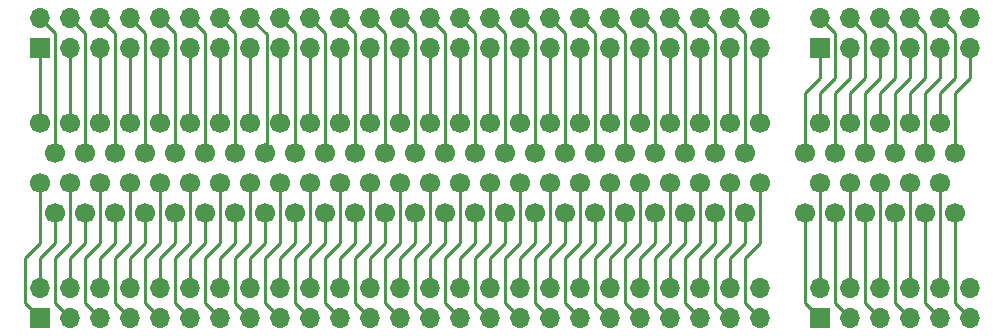
<source format=gbl>
G04 #@! TF.GenerationSoftware,KiCad,Pcbnew,6.0.6+dfsg-1~bpo11+1*
G04 #@! TF.CreationDate,2022-07-13T16:17:28+02:00*
G04 #@! TF.ProjectId,PCI_to_pinhead,5043495f-746f-45f7-9069-6e686561642e,rev?*
G04 #@! TF.SameCoordinates,Original*
G04 #@! TF.FileFunction,Copper,L2,Bot*
G04 #@! TF.FilePolarity,Positive*
%FSLAX46Y46*%
G04 Gerber Fmt 4.6, Leading zero omitted, Abs format (unit mm)*
G04 Created by KiCad (PCBNEW 6.0.6+dfsg-1~bpo11+1) date 2022-07-13 16:17:28*
%MOMM*%
%LPD*%
G01*
G04 APERTURE LIST*
G04 #@! TA.AperFunction,ComponentPad*
%ADD10C,1.700000*%
G04 #@! TD*
G04 #@! TA.AperFunction,ComponentPad*
%ADD11R,1.700000X1.700000*%
G04 #@! TD*
G04 #@! TA.AperFunction,ComponentPad*
%ADD12O,1.700000X1.700000*%
G04 #@! TD*
G04 #@! TA.AperFunction,Conductor*
%ADD13C,0.250000*%
G04 #@! TD*
G04 APERTURE END LIST*
D10*
X96520000Y-74930000D03*
X97790000Y-77470000D03*
X99060000Y-74930000D03*
X100330000Y-77470000D03*
X101600000Y-74930000D03*
X102870000Y-77470000D03*
X104140000Y-74930000D03*
X105410000Y-77470000D03*
X106680000Y-74930000D03*
X107950000Y-77470000D03*
X109220000Y-74930000D03*
X110490000Y-77470000D03*
X111760000Y-74930000D03*
X113030000Y-77470000D03*
X114300000Y-74930000D03*
X115570000Y-77470000D03*
X116840000Y-74930000D03*
X118110000Y-77470000D03*
X119380000Y-74930000D03*
X120650000Y-77470000D03*
X121920000Y-74930000D03*
X123190000Y-77470000D03*
X124460000Y-74930000D03*
X125730000Y-77470000D03*
X127000000Y-74930000D03*
X128270000Y-77470000D03*
X129540000Y-74930000D03*
X130810000Y-77470000D03*
X132080000Y-74930000D03*
X133350000Y-77470000D03*
X134620000Y-74930000D03*
X135890000Y-77470000D03*
X137160000Y-74930000D03*
X138430000Y-77470000D03*
X139700000Y-74930000D03*
X140970000Y-77470000D03*
X142240000Y-74930000D03*
X143510000Y-77470000D03*
X144780000Y-74930000D03*
X146050000Y-77470000D03*
X147320000Y-74930000D03*
X148590000Y-77470000D03*
X149860000Y-74930000D03*
X151130000Y-77470000D03*
X152400000Y-74930000D03*
X153670000Y-77470000D03*
X154940000Y-74930000D03*
X156210000Y-77470000D03*
X157480000Y-74930000D03*
X161290000Y-77470000D03*
X162560000Y-74930000D03*
X163830000Y-77470000D03*
X165100000Y-74930000D03*
X166370000Y-77470000D03*
X167640000Y-74930000D03*
X168910000Y-77470000D03*
X170180000Y-74930000D03*
X171450000Y-77470000D03*
X172720000Y-74930000D03*
X173990000Y-77470000D03*
X96520000Y-80010000D03*
X97790000Y-82550000D03*
X99060000Y-80010000D03*
X100330000Y-82550000D03*
X101600000Y-80010000D03*
X102870000Y-82550000D03*
X104140000Y-80010000D03*
X105410000Y-82550000D03*
X106680000Y-80010000D03*
X107950000Y-82550000D03*
X109220000Y-80010000D03*
X110490000Y-82550000D03*
X111760000Y-80010000D03*
X113030000Y-82550000D03*
X114300000Y-80010000D03*
X115570000Y-82550000D03*
X116840000Y-80010000D03*
X118110000Y-82550000D03*
X119380000Y-80010000D03*
X120650000Y-82550000D03*
X121920000Y-80010000D03*
X123190000Y-82550000D03*
X124460000Y-80010000D03*
X125730000Y-82550000D03*
X127000000Y-80010000D03*
X128270000Y-82550000D03*
X129540000Y-80010000D03*
X130810000Y-82550000D03*
X132080000Y-80010000D03*
X133350000Y-82550000D03*
X134620000Y-80010000D03*
X135890000Y-82550000D03*
X137160000Y-80010000D03*
X138430000Y-82550000D03*
X139700000Y-80010000D03*
X140970000Y-82550000D03*
X142240000Y-80010000D03*
X143510000Y-82550000D03*
X144780000Y-80010000D03*
X146050000Y-82550000D03*
X147320000Y-80010000D03*
X148590000Y-82550000D03*
X149860000Y-80010000D03*
X151130000Y-82550000D03*
X152400000Y-80010000D03*
X153670000Y-82550000D03*
X154940000Y-80010000D03*
X156210000Y-82550000D03*
X157480000Y-80010000D03*
X161290000Y-82550000D03*
X162560000Y-80010000D03*
X163830000Y-82550000D03*
X165100000Y-80010000D03*
X166370000Y-82550000D03*
X167640000Y-80010000D03*
X168910000Y-82550000D03*
X170180000Y-80010000D03*
X171450000Y-82550000D03*
X172720000Y-80010000D03*
X173990000Y-82550000D03*
D11*
X96520000Y-91440000D03*
D12*
X96520000Y-88900000D03*
X99060000Y-91440000D03*
X99060000Y-88900000D03*
X101600000Y-91440000D03*
X101600000Y-88900000D03*
X104140000Y-91440000D03*
X104140000Y-88900000D03*
X106680000Y-91440000D03*
X106680000Y-88900000D03*
X109220000Y-91440000D03*
X109220000Y-88900000D03*
X111760000Y-91440000D03*
X111760000Y-88900000D03*
X114300000Y-91440000D03*
X114300000Y-88900000D03*
X116840000Y-91440000D03*
X116840000Y-88900000D03*
X119380000Y-91440000D03*
X119380000Y-88900000D03*
X121920000Y-91440000D03*
X121920000Y-88900000D03*
X124460000Y-91440000D03*
X124460000Y-88900000D03*
X127000000Y-91440000D03*
X127000000Y-88900000D03*
X129540000Y-91440000D03*
X129540000Y-88900000D03*
X132080000Y-91440000D03*
X132080000Y-88900000D03*
X134620000Y-91440000D03*
X134620000Y-88900000D03*
X137160000Y-91440000D03*
X137160000Y-88900000D03*
X139700000Y-91440000D03*
X139700000Y-88900000D03*
X142240000Y-91440000D03*
X142240000Y-88900000D03*
X144780000Y-91440000D03*
X144780000Y-88900000D03*
X147320000Y-91440000D03*
X147320000Y-88900000D03*
X149860000Y-91440000D03*
X149860000Y-88900000D03*
X152400000Y-91440000D03*
X152400000Y-88900000D03*
X154940000Y-91440000D03*
X154940000Y-88900000D03*
X157480000Y-91440000D03*
X157480000Y-88900000D03*
D11*
X162560000Y-91440000D03*
D12*
X162560000Y-88900000D03*
X165100000Y-91440000D03*
X165100000Y-88900000D03*
X167640000Y-91440000D03*
X167640000Y-88900000D03*
X170180000Y-91440000D03*
X170180000Y-88900000D03*
X172720000Y-91440000D03*
X172720000Y-88900000D03*
X175260000Y-91440000D03*
X175260000Y-88900000D03*
D11*
X96520000Y-68580000D03*
D12*
X96520000Y-66040000D03*
X99060000Y-68580000D03*
X99060000Y-66040000D03*
X101600000Y-68580000D03*
X101600000Y-66040000D03*
X104140000Y-68580000D03*
X104140000Y-66040000D03*
X106680000Y-68580000D03*
X106680000Y-66040000D03*
X109220000Y-68580000D03*
X109220000Y-66040000D03*
X111760000Y-68580000D03*
X111760000Y-66040000D03*
X114300000Y-68580000D03*
X114300000Y-66040000D03*
X116840000Y-68580000D03*
X116840000Y-66040000D03*
X119380000Y-68580000D03*
X119380000Y-66040000D03*
X121920000Y-68580000D03*
X121920000Y-66040000D03*
X124460000Y-68580000D03*
X124460000Y-66040000D03*
X127000000Y-68580000D03*
X127000000Y-66040000D03*
X129540000Y-68580000D03*
X129540000Y-66040000D03*
X132080000Y-68580000D03*
X132080000Y-66040000D03*
X134620000Y-68580000D03*
X134620000Y-66040000D03*
X137160000Y-68580000D03*
X137160000Y-66040000D03*
X139700000Y-68580000D03*
X139700000Y-66040000D03*
X142240000Y-68580000D03*
X142240000Y-66040000D03*
X144780000Y-68580000D03*
X144780000Y-66040000D03*
X147320000Y-68580000D03*
X147320000Y-66040000D03*
X149860000Y-68580000D03*
X149860000Y-66040000D03*
X152400000Y-68580000D03*
X152400000Y-66040000D03*
X154940000Y-68580000D03*
X154940000Y-66040000D03*
X157480000Y-68580000D03*
X157480000Y-66040000D03*
D11*
X162560000Y-68580000D03*
D12*
X162560000Y-66040000D03*
X165100000Y-68580000D03*
X165100000Y-66040000D03*
X167640000Y-68580000D03*
X167640000Y-66040000D03*
X170180000Y-68580000D03*
X170180000Y-66040000D03*
X172720000Y-68580000D03*
X172720000Y-66040000D03*
X175260000Y-68580000D03*
X175260000Y-66040000D03*
D13*
X157480000Y-80010000D02*
X157480000Y-85090000D01*
X157480000Y-85090000D02*
X156210000Y-86360000D01*
X156210000Y-90170000D02*
X157480000Y-91440000D01*
X156210000Y-86360000D02*
X156210000Y-90170000D01*
X156210000Y-82550000D02*
X156210000Y-85090000D01*
X154940000Y-86360000D02*
X154940000Y-88900000D01*
X156210000Y-85090000D02*
X154940000Y-86360000D01*
X153670000Y-86360000D02*
X154940000Y-85090000D01*
X154940000Y-91440000D02*
X153670000Y-90170000D01*
X154940000Y-85090000D02*
X154940000Y-80010000D01*
X153670000Y-90170000D02*
X153670000Y-86360000D01*
X153670000Y-82550000D02*
X153670000Y-85090000D01*
X153670000Y-85090000D02*
X152400000Y-86360000D01*
X152400000Y-86360000D02*
X152400000Y-88900000D01*
X151130000Y-86360000D02*
X151130000Y-90170000D01*
X152400000Y-80010000D02*
X152400000Y-85090000D01*
X152400000Y-85090000D02*
X151130000Y-86360000D01*
X151130000Y-90170000D02*
X152400000Y-91440000D01*
X149860000Y-86360000D02*
X149860000Y-88900000D01*
X151130000Y-82550000D02*
X151130000Y-85090000D01*
X151130000Y-85090000D02*
X149860000Y-86360000D01*
X149860000Y-85090000D02*
X148590000Y-86360000D01*
X148590000Y-90170000D02*
X149860000Y-91440000D01*
X148590000Y-86360000D02*
X148590000Y-90170000D01*
X149860000Y-80010000D02*
X149860000Y-85090000D01*
X148590000Y-85090000D02*
X147320000Y-86360000D01*
X148590000Y-82550000D02*
X148590000Y-85090000D01*
X147320000Y-86360000D02*
X147320000Y-88900000D01*
X146050000Y-90170000D02*
X147320000Y-91440000D01*
X147320000Y-85090000D02*
X146050000Y-86360000D01*
X147320000Y-80010000D02*
X147320000Y-85090000D01*
X146050000Y-86360000D02*
X146050000Y-90170000D01*
X146050000Y-85090000D02*
X144780000Y-86360000D01*
X144780000Y-86360000D02*
X144780000Y-88900000D01*
X146050000Y-82550000D02*
X146050000Y-85090000D01*
X143510000Y-90170000D02*
X144780000Y-91440000D01*
X143510000Y-86360000D02*
X143510000Y-90170000D01*
X144780000Y-85090000D02*
X143510000Y-86360000D01*
X144780000Y-80010000D02*
X144780000Y-85090000D01*
X142240000Y-86360000D02*
X142240000Y-88900000D01*
X143510000Y-82550000D02*
X143510000Y-85090000D01*
X143510000Y-85090000D02*
X142240000Y-86360000D01*
X142240000Y-85090000D02*
X142240000Y-80010000D01*
X140970000Y-90170000D02*
X140970000Y-86360000D01*
X140970000Y-86360000D02*
X142240000Y-85090000D01*
X142240000Y-91440000D02*
X140970000Y-90170000D01*
X140970000Y-85090000D02*
X139700000Y-86360000D01*
X139700000Y-86360000D02*
X139700000Y-88900000D01*
X140970000Y-82550000D02*
X140970000Y-85090000D01*
X139700000Y-80010000D02*
X139700000Y-85090000D01*
X139700000Y-85090000D02*
X138430000Y-86360000D01*
X138430000Y-86360000D02*
X138430000Y-90170000D01*
X138430000Y-90170000D02*
X139700000Y-91440000D01*
X138430000Y-82550000D02*
X138430000Y-85090000D01*
X138430000Y-85090000D02*
X137160000Y-86360000D01*
X137160000Y-86360000D02*
X137160000Y-88900000D01*
X135890000Y-86360000D02*
X137160000Y-85090000D01*
X137160000Y-85090000D02*
X137160000Y-80010000D01*
X137160000Y-91440000D02*
X135890000Y-90170000D01*
X135890000Y-90170000D02*
X135890000Y-86360000D01*
X134620000Y-88900000D02*
X134620000Y-86360000D01*
X135890000Y-85090000D02*
X135890000Y-82550000D01*
X134620000Y-86360000D02*
X135890000Y-85090000D01*
X133350000Y-90170000D02*
X134620000Y-91440000D01*
X133350000Y-86360000D02*
X133350000Y-90170000D01*
X134620000Y-80010000D02*
X134620000Y-85090000D01*
X134620000Y-85090000D02*
X133350000Y-86360000D01*
X132080000Y-86360000D02*
X132080000Y-88900000D01*
X133350000Y-82550000D02*
X133350000Y-85090000D01*
X133350000Y-85090000D02*
X132080000Y-86360000D01*
X130810000Y-86360000D02*
X132080000Y-85090000D01*
X132080000Y-91440000D02*
X130810000Y-90170000D01*
X132080000Y-85090000D02*
X132080000Y-80010000D01*
X130810000Y-90170000D02*
X130810000Y-86360000D01*
X130810000Y-82550000D02*
X130810000Y-85090000D01*
X129540000Y-86360000D02*
X129540000Y-88900000D01*
X130810000Y-85090000D02*
X129540000Y-86360000D01*
X129540000Y-80010000D02*
X129540000Y-85090000D01*
X129540000Y-85090000D02*
X128270000Y-86360000D01*
X128270000Y-86360000D02*
X128270000Y-90170000D01*
X128270000Y-90170000D02*
X129540000Y-91440000D01*
X127000000Y-86360000D02*
X127000000Y-88900000D01*
X128270000Y-85090000D02*
X127000000Y-86360000D01*
X128270000Y-82550000D02*
X128270000Y-85090000D01*
X125730000Y-86360000D02*
X127000000Y-85090000D01*
X127000000Y-91440000D02*
X125730000Y-90170000D01*
X127000000Y-85090000D02*
X127000000Y-80010000D01*
X125730000Y-90170000D02*
X125730000Y-86360000D01*
X124460000Y-86360000D02*
X124460000Y-88900000D01*
X125730000Y-85090000D02*
X124460000Y-86360000D01*
X125730000Y-82550000D02*
X125730000Y-85090000D01*
X123190000Y-90170000D02*
X124460000Y-91440000D01*
X124460000Y-80010000D02*
X124460000Y-85090000D01*
X124460000Y-85090000D02*
X123190000Y-86360000D01*
X123190000Y-86360000D02*
X123190000Y-90170000D01*
X123190000Y-82550000D02*
X123190000Y-85090000D01*
X121920000Y-86360000D02*
X121920000Y-88900000D01*
X123190000Y-85090000D02*
X121920000Y-86360000D01*
X121920000Y-91440000D02*
X120650000Y-90170000D01*
X121920000Y-85090000D02*
X121920000Y-80010000D01*
X120650000Y-86360000D02*
X121920000Y-85090000D01*
X120650000Y-90170000D02*
X120650000Y-86360000D01*
X119380000Y-86360000D02*
X119380000Y-88900000D01*
X120650000Y-82550000D02*
X120650000Y-85090000D01*
X120650000Y-85090000D02*
X119380000Y-86360000D01*
X119380000Y-85090000D02*
X118110000Y-86360000D01*
X119380000Y-80010000D02*
X119380000Y-85090000D01*
X118110000Y-86360000D02*
X118110000Y-90170000D01*
X118110000Y-90170000D02*
X119380000Y-91440000D01*
X116840000Y-86360000D02*
X116840000Y-88900000D01*
X118110000Y-82550000D02*
X118110000Y-85090000D01*
X118110000Y-85090000D02*
X116840000Y-86360000D01*
X116840000Y-91440000D02*
X115570000Y-90170000D01*
X116840000Y-85090000D02*
X116840000Y-80010000D01*
X115570000Y-86360000D02*
X116840000Y-85090000D01*
X115570000Y-90170000D02*
X115570000Y-86360000D01*
X115570000Y-82550000D02*
X115570000Y-85090000D01*
X114300000Y-86360000D02*
X114300000Y-88900000D01*
X115570000Y-85090000D02*
X114300000Y-86360000D01*
X114300000Y-80010000D02*
X114300000Y-85090000D01*
X113030000Y-90170000D02*
X114300000Y-91440000D01*
X114300000Y-85090000D02*
X113030000Y-86360000D01*
X113030000Y-86360000D02*
X113030000Y-90170000D01*
X113030000Y-82550000D02*
X113030000Y-85090000D01*
X111760000Y-86360000D02*
X111760000Y-88900000D01*
X113030000Y-85090000D02*
X111760000Y-86360000D01*
X111760000Y-91440000D02*
X110490000Y-90170000D01*
X110490000Y-86360000D02*
X111760000Y-85090000D01*
X111760000Y-85090000D02*
X111760000Y-80010000D01*
X110490000Y-90170000D02*
X110490000Y-86360000D01*
X110490000Y-82550000D02*
X110490000Y-85090000D01*
X109220000Y-86360000D02*
X109220000Y-88900000D01*
X110490000Y-85090000D02*
X109220000Y-86360000D01*
X109220000Y-80010000D02*
X109220000Y-85090000D01*
X109220000Y-85090000D02*
X107950000Y-86360000D01*
X107950000Y-90170000D02*
X109220000Y-91440000D01*
X107950000Y-86360000D02*
X107950000Y-90170000D01*
X106680000Y-86360000D02*
X106680000Y-88900000D01*
X107950000Y-85090000D02*
X106680000Y-86360000D01*
X107950000Y-82550000D02*
X107950000Y-85090000D01*
X105410000Y-90170000D02*
X105410000Y-86360000D01*
X106680000Y-85090000D02*
X106680000Y-80010000D01*
X105410000Y-86360000D02*
X106680000Y-85090000D01*
X106680000Y-91440000D02*
X105410000Y-90170000D01*
X105410000Y-85090000D02*
X104140000Y-86360000D01*
X104140000Y-86360000D02*
X104140000Y-88900000D01*
X105410000Y-82550000D02*
X105410000Y-85090000D01*
X104140000Y-80010000D02*
X104140000Y-85090000D01*
X102870000Y-86360000D02*
X102870000Y-90170000D01*
X104140000Y-85090000D02*
X102870000Y-86360000D01*
X102870000Y-90170000D02*
X104140000Y-91440000D01*
X102870000Y-82550000D02*
X102870000Y-85090000D01*
X102870000Y-85090000D02*
X101600000Y-86360000D01*
X101600000Y-86360000D02*
X101600000Y-88900000D01*
X100330000Y-90170000D02*
X101600000Y-91440000D01*
X100330000Y-86360000D02*
X100330000Y-90170000D01*
X101600000Y-80010000D02*
X101600000Y-85090000D01*
X101600000Y-85090000D02*
X100330000Y-86360000D01*
X100330000Y-82550000D02*
X100330000Y-85090000D01*
X100330000Y-85090000D02*
X99060000Y-86360000D01*
X99060000Y-86360000D02*
X99060000Y-88900000D01*
X97790000Y-86360000D02*
X97790000Y-90170000D01*
X99060000Y-85090000D02*
X97790000Y-86360000D01*
X97790000Y-90170000D02*
X99060000Y-91440000D01*
X99060000Y-80010000D02*
X99060000Y-85090000D01*
X97790000Y-85090000D02*
X96520000Y-86360000D01*
X96520000Y-86360000D02*
X96520000Y-88900000D01*
X97790000Y-82550000D02*
X97790000Y-85090000D01*
X95250000Y-90170000D02*
X96520000Y-91440000D01*
X96520000Y-80010000D02*
X96520000Y-85090000D01*
X95250000Y-86360000D02*
X95250000Y-90170000D01*
X96520000Y-85090000D02*
X95250000Y-86360000D01*
X173990000Y-86360000D02*
X173990000Y-85090000D01*
X173990000Y-90170000D02*
X173990000Y-86360000D01*
X175260000Y-91440000D02*
X173990000Y-90170000D01*
X173990000Y-85090000D02*
X173990000Y-82550000D01*
X172720000Y-85090000D02*
X172720000Y-88900000D01*
X172720000Y-80010000D02*
X172720000Y-85090000D01*
X171450000Y-85090000D02*
X171450000Y-86360000D01*
X171450000Y-86360000D02*
X171450000Y-90170000D01*
X171450000Y-82550000D02*
X171450000Y-85090000D01*
X171450000Y-90170000D02*
X172720000Y-91440000D01*
X170180000Y-86360000D02*
X170180000Y-88900000D01*
X170180000Y-80010000D02*
X170180000Y-85090000D01*
X170180000Y-85090000D02*
X170180000Y-86360000D01*
X168910000Y-86360000D02*
X168910000Y-85090000D01*
X170180000Y-91440000D02*
X168910000Y-90170000D01*
X168910000Y-90170000D02*
X168910000Y-86360000D01*
X168910000Y-85090000D02*
X168910000Y-82550000D01*
X167640000Y-86360000D02*
X167640000Y-88900000D01*
X167640000Y-85090000D02*
X167640000Y-86360000D01*
X167640000Y-80010000D02*
X167640000Y-85090000D01*
X166370000Y-82550000D02*
X166370000Y-85090000D01*
X166370000Y-86360000D02*
X166370000Y-90170000D01*
X166370000Y-90170000D02*
X167640000Y-91440000D01*
X166370000Y-85090000D02*
X166370000Y-86360000D01*
X165100000Y-86360000D02*
X165100000Y-88900000D01*
X165100000Y-80010000D02*
X165100000Y-85090000D01*
X165100000Y-85090000D02*
X165100000Y-86360000D01*
X163830000Y-90170000D02*
X163830000Y-86360000D01*
X163830000Y-85090000D02*
X163830000Y-82550000D01*
X163830000Y-86360000D02*
X163830000Y-85090000D01*
X165100000Y-91440000D02*
X163830000Y-90170000D01*
X162560000Y-80010000D02*
X162560000Y-85090000D01*
X162560000Y-85090000D02*
X162560000Y-86360000D01*
X162560000Y-86360000D02*
X162560000Y-88900000D01*
X161290000Y-82550000D02*
X161290000Y-90170000D01*
X161290000Y-90170000D02*
X162560000Y-91440000D01*
X175260000Y-71120000D02*
X175260000Y-68580000D01*
X175260000Y-71120000D02*
X173990000Y-72390000D01*
X173990000Y-72390000D02*
X173990000Y-77470000D01*
X172720000Y-74930000D02*
X172720000Y-72390000D01*
X172720000Y-72390000D02*
X173990000Y-71120000D01*
X173990000Y-71120000D02*
X173990000Y-67310000D01*
X173990000Y-67310000D02*
X172720000Y-66040000D01*
X171450000Y-72390000D02*
X172720000Y-71120000D01*
X172720000Y-71120000D02*
X172720000Y-68580000D01*
X171450000Y-77470000D02*
X171450000Y-72390000D01*
X171450000Y-67310000D02*
X171450000Y-71120000D01*
X171450000Y-71120000D02*
X170180000Y-72390000D01*
X170180000Y-72390000D02*
X170180000Y-74930000D01*
X170180000Y-66040000D02*
X171450000Y-67310000D01*
X168910000Y-77470000D02*
X168910000Y-72390000D01*
X168910000Y-72390000D02*
X170180000Y-71120000D01*
X170180000Y-71120000D02*
X170180000Y-68580000D01*
X168910000Y-67310000D02*
X167640000Y-66040000D01*
X167640000Y-72390000D02*
X168910000Y-71120000D01*
X167640000Y-74930000D02*
X167640000Y-72390000D01*
X168910000Y-71120000D02*
X168910000Y-67310000D01*
X166370000Y-72390000D02*
X167640000Y-71120000D01*
X166370000Y-77470000D02*
X166370000Y-72390000D01*
X167640000Y-71120000D02*
X167640000Y-68580000D01*
X166370000Y-67310000D02*
X166370000Y-71120000D01*
X166370000Y-71120000D02*
X165100000Y-72390000D01*
X165100000Y-66040000D02*
X166370000Y-67310000D01*
X165100000Y-72390000D02*
X165100000Y-74930000D01*
X165100000Y-71120000D02*
X165100000Y-68580000D01*
X163830000Y-72390000D02*
X165100000Y-71120000D01*
X163830000Y-77470000D02*
X163830000Y-72390000D01*
X163830000Y-71120000D02*
X163830000Y-67310000D01*
X163830000Y-67310000D02*
X162560000Y-66040000D01*
X162560000Y-72390000D02*
X163830000Y-71120000D01*
X162560000Y-74930000D02*
X162560000Y-72390000D01*
X161290000Y-72390000D02*
X162560000Y-71120000D01*
X161290000Y-77470000D02*
X161290000Y-72390000D01*
X162560000Y-71120000D02*
X162560000Y-68580000D01*
X157480000Y-68580000D02*
X157480000Y-74930000D01*
X154940000Y-66040000D02*
X156210000Y-67310000D01*
X156210000Y-67310000D02*
X156210000Y-77470000D01*
X154940000Y-74930000D02*
X154940000Y-68580000D01*
X153670000Y-67310000D02*
X153670000Y-77470000D01*
X152400000Y-66040000D02*
X153670000Y-67310000D01*
X152400000Y-68580000D02*
X152400000Y-74930000D01*
X149860000Y-66040000D02*
X151130000Y-67310000D01*
X151130000Y-67310000D02*
X151130000Y-77470000D01*
X149860000Y-74930000D02*
X149860000Y-68580000D01*
X148590000Y-67310000D02*
X148590000Y-77470000D01*
X147320000Y-66040000D02*
X148590000Y-67310000D01*
X147320000Y-68580000D02*
X147320000Y-74930000D01*
X146050000Y-67310000D02*
X146050000Y-77470000D01*
X144780000Y-66040000D02*
X146050000Y-67310000D01*
X144780000Y-74930000D02*
X144780000Y-68580000D01*
X143510000Y-67310000D02*
X143510000Y-77470000D01*
X142240000Y-66040000D02*
X143510000Y-67310000D01*
X142240000Y-68580000D02*
X142240000Y-74930000D01*
X140970000Y-67310000D02*
X140970000Y-77470000D01*
X139700000Y-66040000D02*
X140970000Y-67310000D01*
X139700000Y-74930000D02*
X139700000Y-68580000D01*
X137160000Y-66040000D02*
X138430000Y-67310000D01*
X138430000Y-67310000D02*
X138430000Y-77470000D01*
X137160000Y-68580000D02*
X137160000Y-74930000D01*
X134620000Y-66040000D02*
X135890000Y-67310000D01*
X135890000Y-67310000D02*
X135890000Y-77470000D01*
X134620000Y-74930000D02*
X134620000Y-68580000D01*
X132080000Y-66040000D02*
X133350000Y-67310000D01*
X133350000Y-67310000D02*
X133350000Y-77470000D01*
X132080000Y-68580000D02*
X132080000Y-74930000D01*
X130810000Y-67310000D02*
X130810000Y-77470000D01*
X129540000Y-66040000D02*
X130810000Y-67310000D01*
X129540000Y-74930000D02*
X129540000Y-68580000D01*
X127000000Y-66040000D02*
X128270000Y-67310000D01*
X128270000Y-67310000D02*
X128270000Y-77470000D01*
X127000000Y-68580000D02*
X127000000Y-74930000D01*
X125730000Y-67310000D02*
X125730000Y-77470000D01*
X124460000Y-66040000D02*
X125730000Y-67310000D01*
X124460000Y-68580000D02*
X124460000Y-74930000D01*
X123190000Y-67310000D02*
X123190000Y-77470000D01*
X121920000Y-66040000D02*
X123190000Y-67310000D01*
X121920000Y-74930000D02*
X121920000Y-68580000D01*
X120650000Y-67310000D02*
X120650000Y-77470000D01*
X119380000Y-66040000D02*
X120650000Y-67310000D01*
X119380000Y-68580000D02*
X119380000Y-74930000D01*
X118110000Y-67310000D02*
X118110000Y-77470000D01*
X116840000Y-66040000D02*
X118110000Y-67310000D01*
X116840000Y-74930000D02*
X116840000Y-68580000D01*
X115664999Y-67404999D02*
X115664999Y-77375001D01*
X114300000Y-66040000D02*
X115664999Y-67404999D01*
X114300000Y-68580000D02*
X114300000Y-74930000D01*
X113030000Y-67310000D02*
X113030000Y-77470000D01*
X111760000Y-66040000D02*
X113030000Y-67310000D01*
X111760000Y-74930000D02*
X111760000Y-68580000D01*
X110490000Y-67310000D02*
X110490000Y-77470000D01*
X109220000Y-66040000D02*
X110490000Y-67310000D01*
X109220000Y-74930000D02*
X109220000Y-68580000D01*
X107950000Y-67310000D02*
X107950000Y-77470000D01*
X106680000Y-66040000D02*
X107950000Y-67310000D01*
X106680000Y-74930000D02*
X106680000Y-68580000D01*
X104140000Y-66040000D02*
X105410000Y-67310000D01*
X105410000Y-67310000D02*
X105410000Y-77470000D01*
X104140000Y-74930000D02*
X104140000Y-68580000D01*
X102870000Y-67310000D02*
X102870000Y-77470000D01*
X101600000Y-66040000D02*
X102870000Y-67310000D01*
X101600000Y-74930000D02*
X101600000Y-68580000D01*
X99060000Y-66040000D02*
X100330000Y-67310000D01*
X100330000Y-67310000D02*
X100330000Y-77470000D01*
X99060000Y-74930000D02*
X99060000Y-68580000D01*
X97790000Y-67310000D02*
X97790000Y-77470000D01*
X96520000Y-66040000D02*
X97790000Y-67310000D01*
X96520000Y-68580000D02*
X96520000Y-74930000D01*
M02*

</source>
